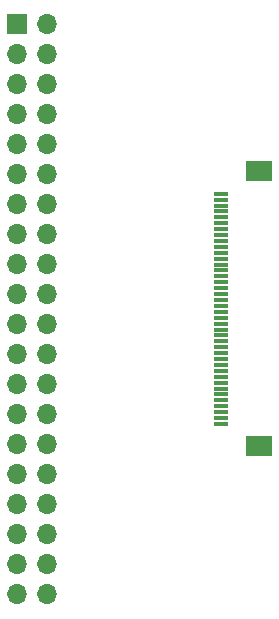
<source format=gbr>
%TF.GenerationSoftware,KiCad,Pcbnew,(6.0.9)*%
%TF.CreationDate,2022-11-14T09:52:40+08:00*%
%TF.ProjectId,ZDYZ_7''_RGB,5a44595a-5f37-4272-975f-5247422e6b69,rev?*%
%TF.SameCoordinates,Original*%
%TF.FileFunction,Soldermask,Top*%
%TF.FilePolarity,Negative*%
%FSLAX46Y46*%
G04 Gerber Fmt 4.6, Leading zero omitted, Abs format (unit mm)*
G04 Created by KiCad (PCBNEW (6.0.9)) date 2022-11-14 09:52:40*
%MOMM*%
%LPD*%
G01*
G04 APERTURE LIST*
%ADD10R,1.300000X0.300000*%
%ADD11R,2.200000X1.800000*%
%ADD12R,1.700000X1.700000*%
%ADD13O,1.700000X1.700000*%
G04 APERTURE END LIST*
D10*
%TO.C,J2*%
X109976000Y-93824000D03*
X109976000Y-93324000D03*
X109976000Y-92824000D03*
X109976000Y-92324000D03*
X109976000Y-91824000D03*
X109976000Y-91324000D03*
X109976000Y-90824000D03*
X109976000Y-90324000D03*
X109976000Y-89824000D03*
X109976000Y-89324000D03*
X109976000Y-88824000D03*
X109976000Y-88324000D03*
X109976000Y-87824000D03*
X109976000Y-87324000D03*
X109976000Y-86824000D03*
X109976000Y-86324000D03*
X109976000Y-85824000D03*
X109976000Y-85324000D03*
X109976000Y-84824000D03*
X109976000Y-84324000D03*
X109976000Y-83824000D03*
X109976000Y-83324000D03*
X109976000Y-82824000D03*
X109976000Y-82324000D03*
X109976000Y-81824000D03*
X109976000Y-81324000D03*
X109976000Y-80824000D03*
X109976000Y-80324000D03*
X109976000Y-79824000D03*
X109976000Y-79324000D03*
X109976000Y-78824000D03*
X109976000Y-78324000D03*
X109976000Y-77824000D03*
X109976000Y-77324000D03*
X109976000Y-76824000D03*
X109976000Y-76324000D03*
X109976000Y-75824000D03*
X109976000Y-75324000D03*
X109976000Y-74824000D03*
X109976000Y-74324000D03*
D11*
X113226000Y-95724000D03*
X113226000Y-72424000D03*
%TD*%
D12*
%TO.C,J1*%
X92690000Y-59974000D03*
D13*
X95230000Y-59974000D03*
X92690000Y-62514000D03*
X95230000Y-62514000D03*
X92690000Y-65054000D03*
X95230000Y-65054000D03*
X92690000Y-67594000D03*
X95230000Y-67594000D03*
X92690000Y-70134000D03*
X95230000Y-70134000D03*
X92690000Y-72674000D03*
X95230000Y-72674000D03*
X92690000Y-75214000D03*
X95230000Y-75214000D03*
X92690000Y-77754000D03*
X95230000Y-77754000D03*
X92690000Y-80294000D03*
X95230000Y-80294000D03*
X92690000Y-82834000D03*
X95230000Y-82834000D03*
X92690000Y-85374000D03*
X95230000Y-85374000D03*
X92690000Y-87914000D03*
X95230000Y-87914000D03*
X92690000Y-90454000D03*
X95230000Y-90454000D03*
X92690000Y-92994000D03*
X95230000Y-92994000D03*
X92690000Y-95534000D03*
X95230000Y-95534000D03*
X92690000Y-98074000D03*
X95230000Y-98074000D03*
X92690000Y-100614000D03*
X95230000Y-100614000D03*
X92690000Y-103154000D03*
X95230000Y-103154000D03*
X92690000Y-105694000D03*
X95230000Y-105694000D03*
X92690000Y-108234000D03*
X95230000Y-108234000D03*
%TD*%
M02*

</source>
